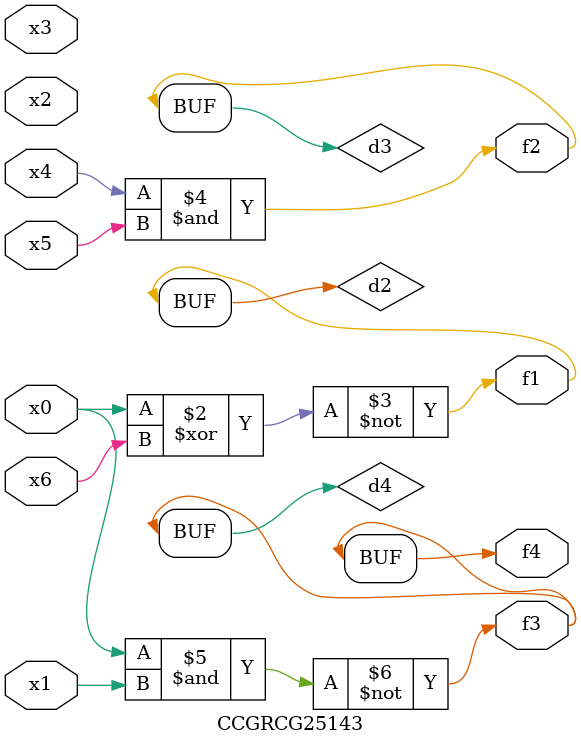
<source format=v>
module CCGRCG25143(
	input x0, x1, x2, x3, x4, x5, x6,
	output f1, f2, f3, f4
);

	wire d1, d2, d3, d4;

	nor (d1, x0);
	xnor (d2, x0, x6);
	and (d3, x4, x5);
	nand (d4, x0, x1);
	assign f1 = d2;
	assign f2 = d3;
	assign f3 = d4;
	assign f4 = d4;
endmodule

</source>
